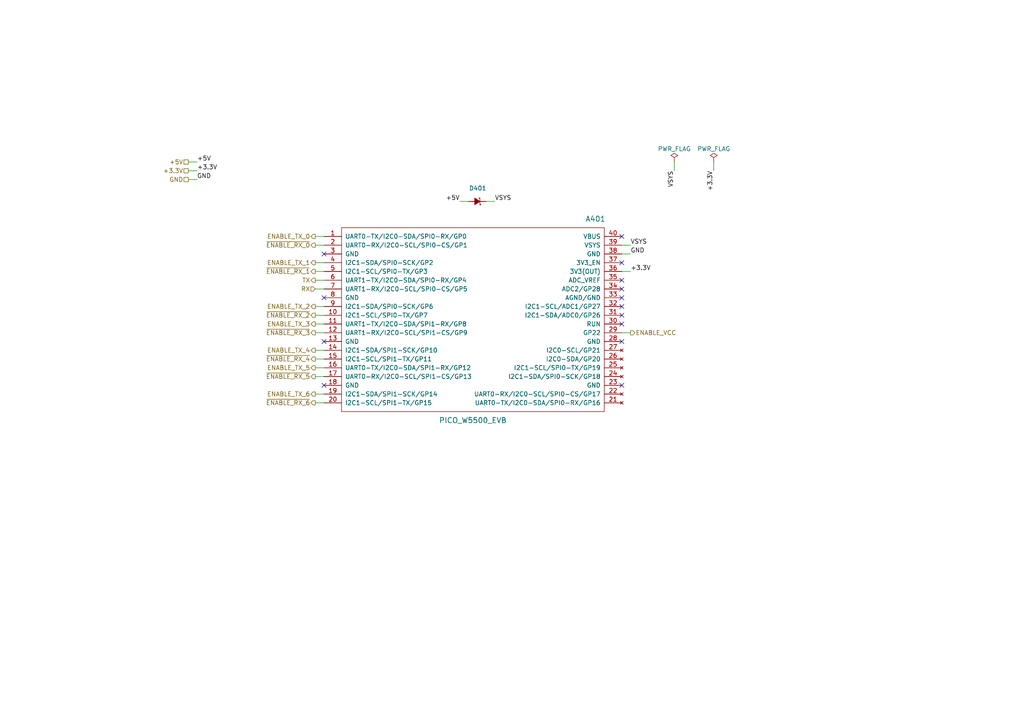
<source format=kicad_sch>
(kicad_sch (version 20230121) (generator eeschema)
  (paper "A4")
  (title_block (title "cluster-pcb") (date "2024-07-18") (rev "1.0") (company "Howard Hughes Medical Institute"))
  (lib_symbols
    (symbol "Janelia:D_SCHOTTKY_20V_1A" (pin_numbers hide) (pin_names (offset 0.254) hide)
      (property "Reference" "D" (at -1.27 2.032 0))
      (symbol "D_SCHOTTKY_20V_1A_0_1"
        (polyline (pts (xy -0.762 -1.016) (xy -0.762 1.016)))
        (polyline (pts (xy -0.762 -1.016) (xy -0.508 -1.016) (xy -0.508 -0.762)))
        (polyline (pts (xy -0.762 1.016) (xy -1.016 1.016) (xy -1.016 0.762)))
        (polyline (pts (xy 0.762 -1.016) (xy -0.762 0) (xy 0.762 1.016) (xy 0.762 -1.016)) (fill (type outline)))
      )
      (symbol "D_SCHOTTKY_20V_1A_1_1"
        (pin passive line (at -2.54 0 0) (length 1.778) (name "K") (number "1"))
        (pin passive line (at 2.54 0 180) (length 1.778) (name "A") (number "2"))
      )
    )
    (symbol "Janelia:PICO-W5500-EVB_HEADER_HOLES" (pin_names (offset 1.016)) (in_bom no)
      (property "Reference" "A" (at 35.56 29.21 0))
      (property "Value" "PICO_W5500_EVB" (at 0 -29.21 0))
      (symbol "PICO-W5500-EVB_HEADER_HOLES_0_1"
        (rectangle (start -38.1 26.67) (end 38.1 -26.67))
      )
      (symbol "PICO-W5500-EVB_HEADER_HOLES_1_1"
        (pin bidirectional line (at -43.18 24.13 0) (length 5.08) (name "UART0-TX/I2C0-SDA/SPI0-RX/GP0") (number "1"))
        (pin bidirectional line (at -43.18 1.27 0) (length 5.08) (name "I2C1-SCL/SPI0-TX/GP7") (number "10"))
        (pin bidirectional line (at -43.18 -1.27 0) (length 5.08) (name "UART1-TX/I2C0-SDA/SPI1-RX/GP8") (number "11"))
        (pin bidirectional line (at -43.18 -3.81 0) (length 5.08) (name "UART1-RX/I2C0-SCL/SPI1-CS/GP9") (number "12"))
        (pin passive line (at -43.18 -6.35 0) (length 5.08) (name "GND") (number "13"))
        (pin bidirectional line (at -43.18 -8.89 0) (length 5.08) (name "I2C1-SDA/SPI1-SCK/GP10") (number "14"))
        (pin bidirectional line (at -43.18 -11.43 0) (length 5.08) (name "I2C1-SCL/SPI1-TX/GP11") (number "15"))
        (pin bidirectional line (at -43.18 -13.97 0) (length 5.08) (name "UART0-TX/I2C0-SDA/SPI1-RX/GP12") (number "16"))
        (pin bidirectional line (at -43.18 -16.51 0) (length 5.08) (name "UART0-RX/I2C0-SCL/SPI1-CS/GP13") (number "17"))
        (pin passive line (at -43.18 -19.05 0) (length 5.08) (name "GND") (number "18"))
        (pin bidirectional line (at -43.18 -21.59 0) (length 5.08) (name "I2C1-SDA/SPI1-SCK/GP14") (number "19"))
        (pin bidirectional line (at -43.18 21.59 0) (length 5.08) (name "UART0-RX/I2C0-SCL/SPI0-CS/GP1") (number "2"))
        (pin bidirectional line (at -43.18 -24.13 0) (length 5.08) (name "I2C1-SCL/SPI1-TX/GP15") (number "20"))
        (pin no_connect line (at 43.18 -24.13 180) (length 5.08) (name "UART0-TX/I2C0-SDA/SPI0-RX/GP16") (number "21"))
        (pin no_connect line (at 43.18 -21.59 180) (length 5.08) (name "UART0-RX/I2C0-SCL/SPI0-CS/GP17") (number "22"))
        (pin passive line (at 43.18 -19.05 180) (length 5.08) (name "GND") (number "23"))
        (pin no_connect line (at 43.18 -16.51 180) (length 5.08) (name "I2C1-SDA/SPI0-SCK/GP18") (number "24"))
        (pin no_connect line (at 43.18 -13.97 180) (length 5.08) (name "I2C1-SCL/SPI0-TX/GP19") (number "25"))
        (pin no_connect line (at 43.18 -11.43 180) (length 5.08) (name "I2C0-SDA/GP20") (number "26"))
        (pin no_connect line (at 43.18 -8.89 180) (length 5.08) (name "I2C0-SCL/GP21") (number "27"))
        (pin passive line (at 43.18 -6.35 180) (length 5.08) (name "GND") (number "28"))
        (pin passive line (at 43.18 -3.81 180) (length 5.08) (name "GP22") (number "29"))
        (pin passive line (at -43.18 19.05 0) (length 5.08) (name "GND") (number "3"))
        (pin passive line (at 43.18 -1.27 180) (length 5.08) (name "RUN") (number "30"))
        (pin passive line (at 43.18 1.27 180) (length 5.08) (name "I2C1-SDA/ADC0/GP26") (number "31"))
        (pin passive line (at 43.18 3.81 180) (length 5.08) (name "I2C1-SCL/ADC1/GP27") (number "32"))
        (pin passive line (at 43.18 6.35 180) (length 5.08) (name "AGND/GND") (number "33"))
        (pin passive line (at 43.18 8.89 180) (length 5.08) (name "ADC2/GP28") (number "34"))
        (pin passive line (at 43.18 11.43 180) (length 5.08) (name "ADC_VREF") (number "35"))
        (pin passive line (at 43.18 13.97 180) (length 5.08) (name "3V3(OUT)") (number "36"))
        (pin passive line (at 43.18 16.51 180) (length 5.08) (name "3V3_EN") (number "37"))
        (pin passive line (at 43.18 19.05 180) (length 5.08) (name "GND") (number "38"))
        (pin passive line (at 43.18 21.59 180) (length 5.08) (name "VSYS") (number "39"))
        (pin bidirectional line (at -43.18 16.51 0) (length 5.08) (name "I2C1-SDA/SPI0-SCK/GP2") (number "4"))
        (pin passive line (at 43.18 24.13 180) (length 5.08) (name "VBUS") (number "40"))
        (pin bidirectional line (at -43.18 13.97 0) (length 5.08) (name "I2C1-SCL/SPI0-TX/GP3") (number "5"))
        (pin bidirectional line (at -43.18 11.43 0) (length 5.08) (name "UART1-TX/I2C0-SDA/SPI0-RX/GP4") (number "6"))
        (pin bidirectional line (at -43.18 8.89 0) (length 5.08) (name "UART1-RX/I2C0-SCL/SPI0-CS/GP5") (number "7"))
        (pin passive line (at -43.18 6.35 0) (length 5.08) (name "GND") (number "8"))
        (pin bidirectional line (at -43.18 3.81 0) (length 5.08) (name "I2C1-SDA/SPI0-SCK/GP6") (number "9"))
      )
    )
    (symbol "power:PWR_FLAG" (power) (pin_numbers hide) (pin_names (offset 0) hide)
      (property "Value" "PWR_FLAG" (at 0 3.81 0))
      (symbol "PWR_FLAG_0_0"
        (pin power_out line (at 0 0 90) (length 0) (name "pwr") (number "1"))
      )
      (symbol "PWR_FLAG_0_1"
        (polyline (pts (xy 0 0) (xy 0 1.27) (xy -1.016 1.905) (xy 0 2.54) (xy 1.016 1.905) (xy 0 1.27)))
      )
    )
  )
  (no_connect (at 180.34 81.28))
  (no_connect (at 180.34 99.06))
  (no_connect (at 93.98 86.36))
  (no_connect (at 180.34 91.44))
  (no_connect (at 180.34 68.58))
  (no_connect (at 180.34 86.36))
  (no_connect (at 180.34 93.98))
  (no_connect (at 180.34 111.76))
  (no_connect (at 180.34 76.2))
  (no_connect (at 93.98 99.06))
  (no_connect (at 180.34 88.9))
  (no_connect (at 93.98 73.66))
  (no_connect (at 93.98 111.76))
  (no_connect (at 180.34 83.82))
  (wire (pts (xy 207.01 46.99) (xy 207.01 49.53)))
  (wire (pts (xy 91.44 109.22) (xy 93.98 109.22)))
  (wire (pts (xy 91.44 78.74) (xy 93.98 78.74)))
  (wire (pts (xy 91.44 68.58) (xy 93.98 68.58)))
  (wire (pts (xy 91.44 93.98) (xy 93.98 93.98)))
  (wire (pts (xy 91.44 71.12) (xy 93.98 71.12)))
  (wire (pts (xy 54.61 49.53) (xy 57.15 49.53)))
  (wire (pts (xy 91.44 106.68) (xy 93.98 106.68)))
  (wire (pts (xy 180.34 96.52) (xy 182.88 96.52)))
  (wire (pts (xy 91.44 76.2) (xy 93.98 76.2)))
  (wire (pts (xy 195.58 46.99) (xy 195.58 49.53)))
  (wire (pts (xy 91.44 104.14) (xy 93.98 104.14)))
  (wire (pts (xy 180.34 78.74) (xy 182.88 78.74)))
  (wire (pts (xy 54.61 52.07) (xy 57.15 52.07)))
  (wire (pts (xy 91.44 83.82) (xy 93.98 83.82)))
  (wire (pts (xy 91.44 116.84) (xy 93.98 116.84)))
  (wire (pts (xy 180.34 73.66) (xy 182.88 73.66)))
  (wire (pts (xy 91.44 81.28) (xy 93.98 81.28)))
  (wire (pts (xy 91.44 88.9) (xy 93.98 88.9)))
  (wire (pts (xy 91.44 101.6) (xy 93.98 101.6)))
  (wire (pts (xy 140.97 58.42) (xy 143.51 58.42)))
  (wire (pts (xy 91.44 114.3) (xy 93.98 114.3)))
  (wire (pts (xy 91.44 96.52) (xy 93.98 96.52)))
  (wire (pts (xy 135.89 58.42) (xy 133.35 58.42)))
  (wire (pts (xy 54.61 46.99) (xy 57.15 46.99)))
  (wire (pts (xy 180.34 71.12) (xy 182.88 71.12)))
  (wire (pts (xy 91.44 91.44) (xy 93.98 91.44)))
  (label "+3.3V" (at 57.15 49.53 0))
  (label "+3.3V" (at 182.88 78.74 0))
  (label "+3.3V" (at 207.01 49.53 270))
  (label "+5V" (at 133.35 58.42 180))
  (label "VSYS" (at 182.88 71.12 0))
  (label "VSYS" (at 143.51 58.42 0))
  (label "+5V" (at 57.15 46.99 0))
  (label "VSYS" (at 195.58 49.53 270))
  (label "GND" (at 57.15 52.07 0))
  (label "GND" (at 182.88 73.66 0))
  (hierarchical_label "ENABLE_VCC" (shape output) (at 182.88 96.52 0))
  (hierarchical_label "~{ENABLE_RX_0}" (shape output) (at 91.44 71.12 180))
  (hierarchical_label "~{ENABLE_RX_6}" (shape output) (at 91.44 116.84 180))
  (hierarchical_label "ENABLE_TX_4" (shape output) (at 91.44 101.6 180))
  (hierarchical_label "+5V" (shape passive) (at 54.61 46.99 180))
  (hierarchical_label "TX" (shape output) (at 91.44 81.28 180))
  (hierarchical_label "ENABLE_TX_0" (shape output) (at 91.44 68.58 180))
  (hierarchical_label "~{ENABLE_RX_3}" (shape output) (at 91.44 96.52 180))
  (hierarchical_label "GND" (shape passive) (at 54.61 52.07 180))
  (hierarchical_label "ENABLE_TX_5" (shape output) (at 91.44 106.68 180))
  (hierarchical_label "ENABLE_TX_6" (shape output) (at 91.44 114.3 180))
  (hierarchical_label "ENABLE_TX_3" (shape output) (at 91.44 93.98 180))
  (hierarchical_label "ENABLE_TX_1" (shape output) (at 91.44 76.2 180))
  (hierarchical_label "~{ENABLE_RX_2}" (shape output) (at 91.44 91.44 180))
  (hierarchical_label "ENABLE_TX_2" (shape output) (at 91.44 88.9 180))
  (hierarchical_label "RX" (shape input) (at 91.44 83.82 180))
  (hierarchical_label "~{ENABLE_RX_5}" (shape output) (at 91.44 109.22 180))
  (hierarchical_label "+3.3V" (shape passive) (at 54.61 49.53 180))
  (hierarchical_label "~{ENABLE_RX_1}" (shape output) (at 91.44 78.74 180))
  (hierarchical_label "~{ENABLE_RX_4}" (shape output) (at 91.44 104.14 180))
  (symbol (lib_id "Janelia:PICO-W5500-EVB_HEADER_HOLES") (at 137.16 92.71 0) (unit 1) (in_bom no)
    (property "Reference" "A401" (at 172.72 63.5 0) (effects (font (size 1.524 1.524))))
    (property "Value" "PICO_W5500_EVB" (at 137.16 121.92 0) (effects (font (size 1.524 1.524))))
    (property "Footprint" "Janelia:Pico-W5500-EVB_Header_Holes" (effects hide))
    (property "Sim.Enable" "0" (effects hide))
  )
  (symbol (lib_id "power:PWR_FLAG") (at 195.58 46.99 0) (unit 1)
    (property "Reference" "#FLG0401" (effects hide))
    (property "Value" "PWR_FLAG" (at 195.58 43.18 0))
  )
  (symbol (lib_id "power:PWR_FLAG") (at 207.01 46.99 0) (unit 1)
    (property "Reference" "#FLG0402" (effects hide))
    (property "Value" "PWR_FLAG" (at 207.01 43.18 0))
  )
  (symbol (lib_id "Janelia:D_SCHOTTKY_20V_1A") (at 138.43 58.42 180) (unit 1)
    (property "Reference" "D401" (at 138.557 54.61 0))
    (property "Value" "D_SCHOTTKY_20V_1A" (effects hide))
    (property "Footprint" "Janelia:DIOM3616X98N" (effects hide))
    (property "Vendor" "Digi-Key" (effects hide))
    (property "Vendor Part Number" "MBR120VLSFT1GOSCT-ND" (effects hide))
    (property "Synopsis" "DIODE SCHOTTKY 20V 1A" (effects hide))
    (property "Manufacturer" "onsemi" (effects hide))
    (property "Manufacturer Part Number" "MBR120VLSFT1G" (effects hide))
    (property "Package" "SOD-123FL" (effects hide))
    (property "Sim.Enable" "0" (effects hide))
    (property "LCSC" "C223608" (effects hide))
  )
)
</source>
